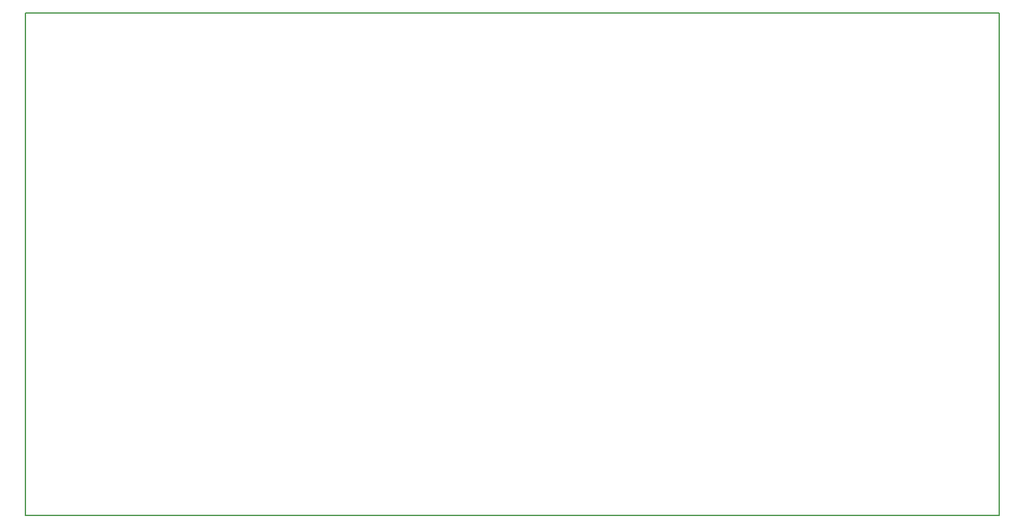
<source format=gm1>
G04 MADE WITH FRITZING*
G04 WWW.FRITZING.ORG*
G04 DOUBLE SIDED*
G04 HOLES PLATED*
G04 CONTOUR ON CENTER OF CONTOUR VECTOR*
%ASAXBY*%
%FSLAX23Y23*%
%MOIN*%
%OFA0B0*%
%SFA1.0B1.0*%
%ADD10R,5.246310X2.716240*%
%ADD11C,0.008000*%
%ADD10C,0.008*%
%LNCONTOUR*%
G90*
G70*
G54D10*
G54D11*
X4Y2712D02*
X5242Y2712D01*
X5242Y4D01*
X4Y4D01*
X4Y2712D01*
D02*
G04 End of contour*
M02*
</source>
